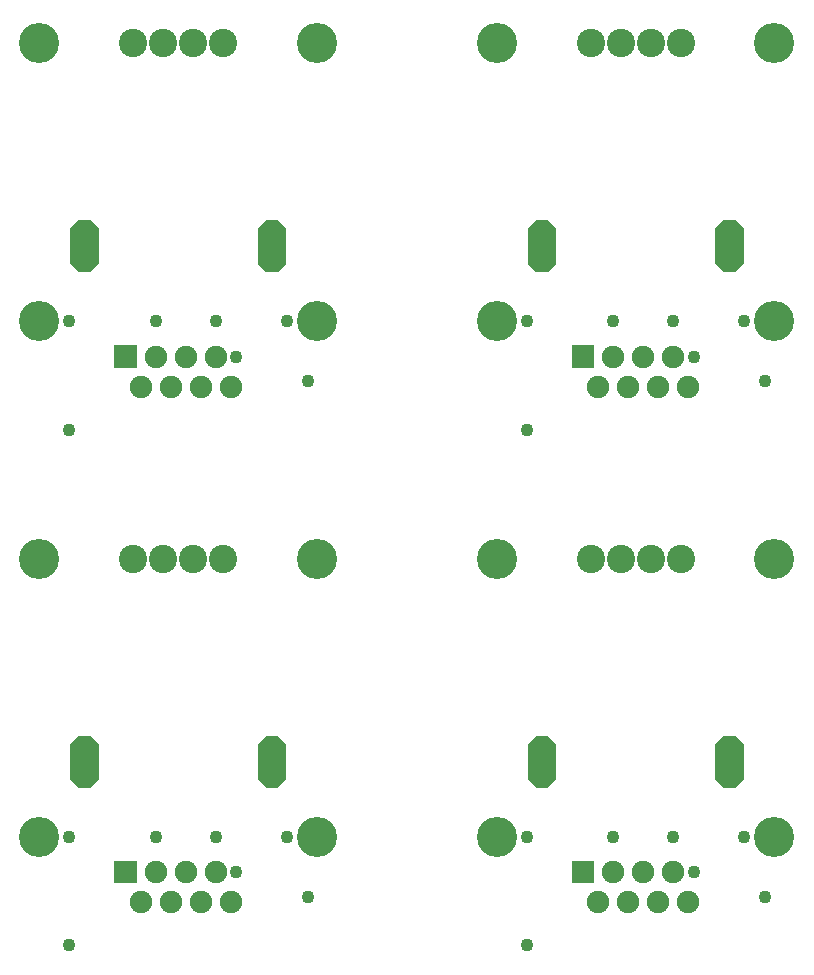
<source format=gbr>
%FSLAX34Y34*%
%MOMM*%
%LNSOLDERMASK_TOP*%
G71*
G01*
%ADD10C, 3.400*%
%ADD11C, 2.400*%
%ADD12C, 1.900*%
%ADD13C, 1.100*%
%LPD*%
X76212Y-34913D02*
G54D10*
D03*
X311162Y-34913D02*
G54D10*
D03*
X311162Y-269863D02*
G54D10*
D03*
X76212Y-269863D02*
G54D10*
D03*
X231762Y-34938D02*
G54D11*
D03*
X206362Y-34938D02*
G54D11*
D03*
X180962Y-34938D02*
G54D11*
D03*
X155562Y-34938D02*
G54D11*
D03*
X200012Y-300050D02*
G54D12*
D03*
X187212Y-325450D02*
G54D12*
D03*
X161812Y-325450D02*
G54D12*
D03*
X225412Y-300050D02*
G54D12*
D03*
G36*
X158712Y-309550D02*
X139712Y-309550D01*
X139712Y-290550D01*
X158712Y-290550D01*
X158712Y-309550D01*
G37*
X212612Y-325450D02*
G54D12*
D03*
X238012Y-325450D02*
G54D12*
D03*
X174612Y-300050D02*
G54D12*
D03*
G36*
X102312Y-191408D02*
X109332Y-184388D01*
X119292Y-184388D01*
X126312Y-191408D01*
X126312Y-221368D01*
X119292Y-228388D01*
X109332Y-228388D01*
X102312Y-221368D01*
X102312Y-191408D01*
G37*
G36*
X261012Y-191408D02*
X268032Y-184388D01*
X277992Y-184388D01*
X285012Y-191408D01*
X285012Y-221368D01*
X277992Y-228388D01*
X268032Y-228388D01*
X261012Y-221368D01*
X261012Y-191408D01*
G37*
X285750Y-269876D02*
G54D13*
D03*
X225412Y-269888D02*
G54D13*
D03*
X101587Y-361963D02*
G54D13*
D03*
X303200Y-320688D02*
G54D13*
D03*
X101600Y-269876D02*
G54D13*
D03*
X174612Y-269888D02*
G54D13*
D03*
X242874Y-300050D02*
G54D13*
D03*
X463562Y-34913D02*
G54D10*
D03*
X698512Y-34913D02*
G54D10*
D03*
X698512Y-269863D02*
G54D10*
D03*
X463562Y-269863D02*
G54D10*
D03*
X619112Y-34938D02*
G54D11*
D03*
X593712Y-34938D02*
G54D11*
D03*
X568312Y-34938D02*
G54D11*
D03*
X542912Y-34938D02*
G54D11*
D03*
X587362Y-300050D02*
G54D12*
D03*
X574562Y-325450D02*
G54D12*
D03*
X549162Y-325450D02*
G54D12*
D03*
X612762Y-300050D02*
G54D12*
D03*
G36*
X546062Y-309550D02*
X527062Y-309550D01*
X527062Y-290550D01*
X546062Y-290550D01*
X546062Y-309550D01*
G37*
X599962Y-325450D02*
G54D12*
D03*
X625362Y-325450D02*
G54D12*
D03*
X561962Y-300050D02*
G54D12*
D03*
G36*
X489662Y-191408D02*
X496682Y-184388D01*
X506642Y-184388D01*
X513662Y-191408D01*
X513662Y-221368D01*
X506642Y-228388D01*
X496682Y-228388D01*
X489662Y-221368D01*
X489662Y-191408D01*
G37*
G36*
X648362Y-191408D02*
X655382Y-184388D01*
X665342Y-184388D01*
X672362Y-191408D01*
X672362Y-221368D01*
X665342Y-228388D01*
X655382Y-228388D01*
X648362Y-221368D01*
X648362Y-191408D01*
G37*
X673100Y-269876D02*
G54D13*
D03*
X612762Y-269888D02*
G54D13*
D03*
X488937Y-361963D02*
G54D13*
D03*
X690550Y-320688D02*
G54D13*
D03*
X488950Y-269876D02*
G54D13*
D03*
X561962Y-269888D02*
G54D13*
D03*
X630224Y-300050D02*
G54D13*
D03*
X76212Y-471476D02*
G54D10*
D03*
X311162Y-471476D02*
G54D10*
D03*
X311162Y-706426D02*
G54D10*
D03*
X76212Y-706426D02*
G54D10*
D03*
X231762Y-471500D02*
G54D11*
D03*
X206362Y-471500D02*
G54D11*
D03*
X180962Y-471500D02*
G54D11*
D03*
X155562Y-471500D02*
G54D11*
D03*
X200012Y-736613D02*
G54D12*
D03*
X187212Y-762013D02*
G54D12*
D03*
X161812Y-762013D02*
G54D12*
D03*
X225412Y-736613D02*
G54D12*
D03*
G36*
X158712Y-746113D02*
X139712Y-746113D01*
X139712Y-727113D01*
X158712Y-727113D01*
X158712Y-746113D01*
G37*
X212612Y-762013D02*
G54D12*
D03*
X238012Y-762013D02*
G54D12*
D03*
X174612Y-736613D02*
G54D12*
D03*
G36*
X102312Y-627970D02*
X109332Y-620950D01*
X119292Y-620950D01*
X126312Y-627970D01*
X126312Y-657930D01*
X119292Y-664950D01*
X109332Y-664950D01*
X102312Y-657930D01*
X102312Y-627970D01*
G37*
G36*
X261012Y-627970D02*
X268032Y-620950D01*
X277992Y-620950D01*
X285012Y-627970D01*
X285012Y-657930D01*
X277992Y-664950D01*
X268032Y-664950D01*
X261012Y-657930D01*
X261012Y-627970D01*
G37*
X285750Y-706438D02*
G54D13*
D03*
X225412Y-706450D02*
G54D13*
D03*
X101587Y-798526D02*
G54D13*
D03*
X303200Y-757250D02*
G54D13*
D03*
X101600Y-706438D02*
G54D13*
D03*
X174612Y-706450D02*
G54D13*
D03*
X242874Y-736613D02*
G54D13*
D03*
X463562Y-471476D02*
G54D10*
D03*
X698512Y-471476D02*
G54D10*
D03*
X698512Y-706426D02*
G54D10*
D03*
X463562Y-706426D02*
G54D10*
D03*
X619112Y-471500D02*
G54D11*
D03*
X593712Y-471500D02*
G54D11*
D03*
X568312Y-471500D02*
G54D11*
D03*
X542912Y-471500D02*
G54D11*
D03*
X587362Y-736613D02*
G54D12*
D03*
X574562Y-762013D02*
G54D12*
D03*
X549162Y-762013D02*
G54D12*
D03*
X612762Y-736613D02*
G54D12*
D03*
G36*
X546062Y-746113D02*
X527062Y-746113D01*
X527062Y-727113D01*
X546062Y-727113D01*
X546062Y-746113D01*
G37*
X599962Y-762013D02*
G54D12*
D03*
X625362Y-762013D02*
G54D12*
D03*
X561962Y-736613D02*
G54D12*
D03*
G36*
X489662Y-627970D02*
X496682Y-620950D01*
X506642Y-620950D01*
X513662Y-627970D01*
X513662Y-657930D01*
X506642Y-664950D01*
X496682Y-664950D01*
X489662Y-657930D01*
X489662Y-627970D01*
G37*
G36*
X648362Y-627970D02*
X655382Y-620950D01*
X665342Y-620950D01*
X672362Y-627970D01*
X672362Y-657930D01*
X665342Y-664950D01*
X655382Y-664950D01*
X648362Y-657930D01*
X648362Y-627970D01*
G37*
X673100Y-706438D02*
G54D13*
D03*
X612762Y-706450D02*
G54D13*
D03*
X488937Y-798526D02*
G54D13*
D03*
X690550Y-757250D02*
G54D13*
D03*
X488950Y-706438D02*
G54D13*
D03*
X561962Y-706450D02*
G54D13*
D03*
X630224Y-736613D02*
G54D13*
D03*
M02*

</source>
